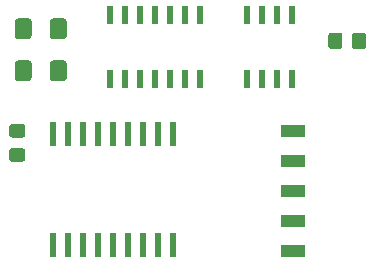
<source format=gtp>
G04 #@! TF.GenerationSoftware,KiCad,Pcbnew,5.1.10*
G04 #@! TF.CreationDate,2022-01-04T22:46:53-05:00*
G04 #@! TF.ProjectId,usbdbg,75736264-6267-42e6-9b69-6361645f7063,rev?*
G04 #@! TF.SameCoordinates,Original*
G04 #@! TF.FileFunction,Paste,Top*
G04 #@! TF.FilePolarity,Positive*
%FSLAX46Y46*%
G04 Gerber Fmt 4.6, Leading zero omitted, Abs format (unit mm)*
G04 Created by KiCad (PCBNEW 5.1.10) date 2022-01-04 22:46:53*
%MOMM*%
%LPD*%
G01*
G04 APERTURE LIST*
%ADD10R,0.600000X1.500000*%
%ADD11R,0.600000X2.000000*%
%ADD12R,0.600000X1.550000*%
%ADD13R,2.000000X1.000000*%
G04 APERTURE END LIST*
G36*
G01*
X164192000Y-56445999D02*
X164192000Y-57346001D01*
G75*
G02*
X163942001Y-57596000I-249999J0D01*
G01*
X163241999Y-57596000D01*
G75*
G02*
X162992000Y-57346001I0J249999D01*
G01*
X162992000Y-56445999D01*
G75*
G02*
X163241999Y-56196000I249999J0D01*
G01*
X163942001Y-56196000D01*
G75*
G02*
X164192000Y-56445999I0J-249999D01*
G01*
G37*
G36*
G01*
X166192000Y-56445999D02*
X166192000Y-57346001D01*
G75*
G02*
X165942001Y-57596000I-249999J0D01*
G01*
X165241999Y-57596000D01*
G75*
G02*
X164992000Y-57346001I0J249999D01*
G01*
X164992000Y-56445999D01*
G75*
G02*
X165241999Y-56196000I249999J0D01*
G01*
X165942001Y-56196000D01*
G75*
G02*
X166192000Y-56445999I0J-249999D01*
G01*
G37*
G36*
G01*
X136201999Y-65991000D02*
X137102001Y-65991000D01*
G75*
G02*
X137352000Y-66240999I0J-249999D01*
G01*
X137352000Y-66891001D01*
G75*
G02*
X137102001Y-67141000I-249999J0D01*
G01*
X136201999Y-67141000D01*
G75*
G02*
X135952000Y-66891001I0J249999D01*
G01*
X135952000Y-66240999D01*
G75*
G02*
X136201999Y-65991000I249999J0D01*
G01*
G37*
G36*
G01*
X136201999Y-63941000D02*
X137102001Y-63941000D01*
G75*
G02*
X137352000Y-64190999I0J-249999D01*
G01*
X137352000Y-64841001D01*
G75*
G02*
X137102001Y-65091000I-249999J0D01*
G01*
X136201999Y-65091000D01*
G75*
G02*
X135952000Y-64841001I0J249999D01*
G01*
X135952000Y-64190999D01*
G75*
G02*
X136201999Y-63941000I249999J0D01*
G01*
G37*
D10*
X152146000Y-60104000D03*
X150876000Y-60104000D03*
X149606000Y-60104000D03*
X148336000Y-60104000D03*
X147066000Y-60104000D03*
X145796000Y-60104000D03*
X144526000Y-60104000D03*
X144526000Y-54704000D03*
X145796000Y-54704000D03*
X147066000Y-54704000D03*
X148336000Y-54704000D03*
X149606000Y-54704000D03*
X150876000Y-54704000D03*
X152146000Y-54704000D03*
D11*
X139700000Y-64768000D03*
X140970000Y-64768000D03*
X142240000Y-64768000D03*
X143510000Y-64768000D03*
X144780000Y-64768000D03*
X146050000Y-64768000D03*
X147320000Y-64768000D03*
X148590000Y-64768000D03*
X149860000Y-64768000D03*
X149860000Y-74168000D03*
X148590000Y-74168000D03*
X147320000Y-74168000D03*
X146050000Y-74168000D03*
X144780000Y-74168000D03*
X143510000Y-74168000D03*
X142240000Y-74168000D03*
X140970000Y-74168000D03*
X139700000Y-74168000D03*
D12*
X159893000Y-60104000D03*
X158623000Y-60104000D03*
X157353000Y-60104000D03*
X156083000Y-60104000D03*
X156083000Y-54704000D03*
X157353000Y-54704000D03*
X158623000Y-54704000D03*
X159893000Y-54704000D03*
G36*
G01*
X137872500Y-58811000D02*
X137872500Y-60061000D01*
G75*
G02*
X137622500Y-60311000I-250000J0D01*
G01*
X136697500Y-60311000D01*
G75*
G02*
X136447500Y-60061000I0J250000D01*
G01*
X136447500Y-58811000D01*
G75*
G02*
X136697500Y-58561000I250000J0D01*
G01*
X137622500Y-58561000D01*
G75*
G02*
X137872500Y-58811000I0J-250000D01*
G01*
G37*
G36*
G01*
X140847500Y-58811000D02*
X140847500Y-60061000D01*
G75*
G02*
X140597500Y-60311000I-250000J0D01*
G01*
X139672500Y-60311000D01*
G75*
G02*
X139422500Y-60061000I0J250000D01*
G01*
X139422500Y-58811000D01*
G75*
G02*
X139672500Y-58561000I250000J0D01*
G01*
X140597500Y-58561000D01*
G75*
G02*
X140847500Y-58811000I0J-250000D01*
G01*
G37*
G36*
G01*
X140847500Y-55255000D02*
X140847500Y-56505000D01*
G75*
G02*
X140597500Y-56755000I-250000J0D01*
G01*
X139672500Y-56755000D01*
G75*
G02*
X139422500Y-56505000I0J250000D01*
G01*
X139422500Y-55255000D01*
G75*
G02*
X139672500Y-55005000I250000J0D01*
G01*
X140597500Y-55005000D01*
G75*
G02*
X140847500Y-55255000I0J-250000D01*
G01*
G37*
G36*
G01*
X137872500Y-55255000D02*
X137872500Y-56505000D01*
G75*
G02*
X137622500Y-56755000I-250000J0D01*
G01*
X136697500Y-56755000D01*
G75*
G02*
X136447500Y-56505000I0J250000D01*
G01*
X136447500Y-55255000D01*
G75*
G02*
X136697500Y-55005000I250000J0D01*
G01*
X137622500Y-55005000D01*
G75*
G02*
X137872500Y-55255000I0J-250000D01*
G01*
G37*
D13*
X160020000Y-64516000D03*
X160020000Y-67056000D03*
X160020000Y-69596000D03*
X160020000Y-72136000D03*
X160020000Y-74676000D03*
M02*

</source>
